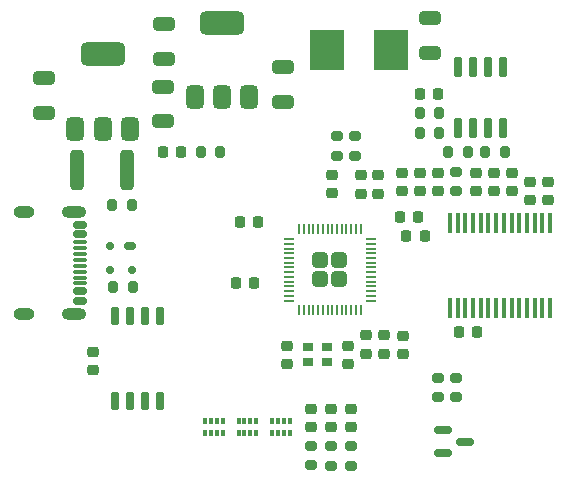
<source format=gbr>
%TF.GenerationSoftware,KiCad,Pcbnew,8.0.9-8.0.9-0~ubuntu22.04.1*%
%TF.CreationDate,2025-11-15T02:19:11+01:00*%
%TF.ProjectId,GLITCHING_FMAW,474c4954-4348-4494-9e47-5f464d41572e,rev?*%
%TF.SameCoordinates,Original*%
%TF.FileFunction,Paste,Top*%
%TF.FilePolarity,Positive*%
%FSLAX46Y46*%
G04 Gerber Fmt 4.6, Leading zero omitted, Abs format (unit mm)*
G04 Created by KiCad (PCBNEW 8.0.9-8.0.9-0~ubuntu22.04.1) date 2025-11-15 02:19:11*
%MOMM*%
%LPD*%
G01*
G04 APERTURE LIST*
G04 Aperture macros list*
%AMRoundRect*
0 Rectangle with rounded corners*
0 $1 Rounding radius*
0 $2 $3 $4 $5 $6 $7 $8 $9 X,Y pos of 4 corners*
0 Add a 4 corners polygon primitive as box body*
4,1,4,$2,$3,$4,$5,$6,$7,$8,$9,$2,$3,0*
0 Add four circle primitives for the rounded corners*
1,1,$1+$1,$2,$3*
1,1,$1+$1,$4,$5*
1,1,$1+$1,$6,$7*
1,1,$1+$1,$8,$9*
0 Add four rect primitives between the rounded corners*
20,1,$1+$1,$2,$3,$4,$5,0*
20,1,$1+$1,$4,$5,$6,$7,0*
20,1,$1+$1,$6,$7,$8,$9,0*
20,1,$1+$1,$8,$9,$2,$3,0*%
G04 Aperture macros list end*
%ADD10RoundRect,0.150000X-0.587500X-0.150000X0.587500X-0.150000X0.587500X0.150000X-0.587500X0.150000X0*%
%ADD11RoundRect,0.200000X-0.200000X-0.275000X0.200000X-0.275000X0.200000X0.275000X-0.200000X0.275000X0*%
%ADD12RoundRect,0.250000X0.650000X-0.325000X0.650000X0.325000X-0.650000X0.325000X-0.650000X-0.325000X0*%
%ADD13RoundRect,0.225000X0.250000X-0.225000X0.250000X0.225000X-0.250000X0.225000X-0.250000X-0.225000X0*%
%ADD14RoundRect,0.225000X-0.225000X-0.250000X0.225000X-0.250000X0.225000X0.250000X-0.225000X0.250000X0*%
%ADD15RoundRect,0.175000X-0.325000X0.175000X-0.325000X-0.175000X0.325000X-0.175000X0.325000X0.175000X0*%
%ADD16RoundRect,0.150000X-0.150000X0.200000X-0.150000X-0.200000X0.150000X-0.200000X0.150000X0.200000X0*%
%ADD17RoundRect,0.225000X-0.250000X0.225000X-0.250000X-0.225000X0.250000X-0.225000X0.250000X0.225000X0*%
%ADD18RoundRect,0.200000X0.275000X-0.200000X0.275000X0.200000X-0.275000X0.200000X-0.275000X-0.200000X0*%
%ADD19RoundRect,0.250000X-0.650000X0.325000X-0.650000X-0.325000X0.650000X-0.325000X0.650000X0.325000X0*%
%ADD20RoundRect,0.225000X0.225000X0.250000X-0.225000X0.250000X-0.225000X-0.250000X0.225000X-0.250000X0*%
%ADD21R,2.950000X3.500000*%
%ADD22R,0.320000X0.500000*%
%ADD23RoundRect,0.375000X0.375000X-0.625000X0.375000X0.625000X-0.375000X0.625000X-0.375000X-0.625000X0*%
%ADD24RoundRect,0.500000X1.400000X-0.500000X1.400000X0.500000X-1.400000X0.500000X-1.400000X-0.500000X0*%
%ADD25RoundRect,0.150000X0.150000X-0.650000X0.150000X0.650000X-0.150000X0.650000X-0.150000X-0.650000X0*%
%ADD26RoundRect,0.150000X0.150000X-0.725000X0.150000X0.725000X-0.150000X0.725000X-0.150000X-0.725000X0*%
%ADD27RoundRect,0.200000X0.200000X0.275000X-0.200000X0.275000X-0.200000X-0.275000X0.200000X-0.275000X0*%
%ADD28RoundRect,0.218750X0.218750X0.256250X-0.218750X0.256250X-0.218750X-0.256250X0.218750X-0.256250X0*%
%ADD29RoundRect,0.218750X0.256250X-0.218750X0.256250X0.218750X-0.256250X0.218750X-0.256250X-0.218750X0*%
%ADD30R,0.900000X0.800000*%
%ADD31R,0.450000X1.750000*%
%ADD32RoundRect,0.249999X-0.395001X-0.395001X0.395001X-0.395001X0.395001X0.395001X-0.395001X0.395001X0*%
%ADD33RoundRect,0.050000X-0.387500X-0.050000X0.387500X-0.050000X0.387500X0.050000X-0.387500X0.050000X0*%
%ADD34RoundRect,0.050000X-0.050000X-0.387500X0.050000X-0.387500X0.050000X0.387500X-0.050000X0.387500X0*%
%ADD35RoundRect,0.150000X-0.425000X0.150000X-0.425000X-0.150000X0.425000X-0.150000X0.425000X0.150000X0*%
%ADD36RoundRect,0.075000X-0.500000X0.075000X-0.500000X-0.075000X0.500000X-0.075000X0.500000X0.075000X0*%
%ADD37O,2.100000X1.000000*%
%ADD38O,1.800000X1.000000*%
%ADD39RoundRect,0.250000X-0.312500X-1.450000X0.312500X-1.450000X0.312500X1.450000X-0.312500X1.450000X0*%
G04 APERTURE END LIST*
D10*
%TO.C,Q1*%
X68125000Y-60050000D03*
X68125000Y-61950000D03*
X70000000Y-61000000D03*
%TD*%
D11*
%TO.C,R5*%
X66175000Y-34850000D03*
X67825000Y-34850000D03*
%TD*%
D12*
%TO.C,C5*%
X67050000Y-28125001D03*
X67050000Y-25174999D03*
%TD*%
D13*
%TO.C,C14*%
X72450000Y-39775000D03*
X72450000Y-38225000D03*
%TD*%
D14*
%TO.C,C21*%
X65050000Y-43600000D03*
X66600000Y-43600000D03*
%TD*%
D11*
%TO.C,R3*%
X68600000Y-36500000D03*
X70250000Y-36500000D03*
%TD*%
D15*
%TO.C,D4*%
X41650000Y-44480000D03*
D16*
X39950000Y-44480000D03*
X39950000Y-46480000D03*
X41850000Y-46480000D03*
%TD*%
D14*
%TO.C,C15*%
X69500000Y-51700000D03*
X71050000Y-51700000D03*
%TD*%
D17*
%TO.C,C17*%
X60120710Y-52895711D03*
X60120710Y-54445711D03*
%TD*%
D18*
%TO.C,R14*%
X58700000Y-63050000D03*
X58700000Y-61400000D03*
%TD*%
%TO.C,R13*%
X60400000Y-63050000D03*
X60400000Y-61400000D03*
%TD*%
D11*
%TO.C,R4*%
X71750000Y-36500000D03*
X73400000Y-36500000D03*
%TD*%
D19*
%TO.C,C4*%
X44500000Y-25650000D03*
X44500000Y-28600002D03*
%TD*%
D17*
%TO.C,C26*%
X61650000Y-52000000D03*
X61650000Y-53550000D03*
%TD*%
%TO.C,C20*%
X63200000Y-52000000D03*
X63200000Y-53550000D03*
%TD*%
D13*
%TO.C,C27*%
X61200000Y-40000000D03*
X61200000Y-38450000D03*
%TD*%
D20*
%TO.C,C25*%
X52175000Y-47600000D03*
X50625000Y-47600000D03*
%TD*%
D13*
%TO.C,C12*%
X77050000Y-40550000D03*
X77050000Y-39000000D03*
%TD*%
D12*
%TO.C,C3*%
X54575000Y-32225002D03*
X54575000Y-29275000D03*
%TD*%
D19*
%TO.C,C2*%
X34400000Y-30224999D03*
X34400000Y-33175001D03*
%TD*%
D21*
%TO.C,L1*%
X58350000Y-27875000D03*
X63800000Y-27875000D03*
%TD*%
D17*
%TO.C,C16*%
X38550000Y-53375000D03*
X38550000Y-54925000D03*
%TD*%
D22*
%TO.C,RN2*%
X52350000Y-59300001D03*
X51850000Y-59300000D03*
X51350000Y-59300000D03*
X50850000Y-59300001D03*
X50850000Y-60299999D03*
X51350000Y-60300000D03*
X51850000Y-60300000D03*
X52350000Y-60299999D03*
%TD*%
D12*
%TO.C,C1*%
X44475000Y-33895002D03*
X44475000Y-30945000D03*
%TD*%
D23*
%TO.C,U2*%
X47170000Y-31860001D03*
X49470000Y-31860000D03*
D24*
X49470000Y-25560002D03*
D23*
X51770000Y-31860001D03*
%TD*%
D25*
%TO.C,U5*%
X40395000Y-57600000D03*
X41665000Y-57600000D03*
X42935000Y-57600000D03*
X44205000Y-57600000D03*
X44205000Y-50400000D03*
X42935000Y-50400000D03*
X41665000Y-50400000D03*
X40395000Y-50400000D03*
%TD*%
D26*
%TO.C,U3*%
X69445002Y-34475000D03*
X70715001Y-34475000D03*
X71985001Y-34475000D03*
X73255000Y-34475000D03*
X73255000Y-29325000D03*
X71985001Y-29325000D03*
X70715001Y-29325000D03*
X69445002Y-29325000D03*
%TD*%
D18*
%TO.C,R8*%
X59200000Y-36800000D03*
X59200000Y-35150000D03*
%TD*%
D20*
%TO.C,C24*%
X52525000Y-42450000D03*
X50975000Y-42450000D03*
%TD*%
D18*
%TO.C,R10*%
X67700000Y-57250000D03*
X67700000Y-55600000D03*
%TD*%
D27*
%TO.C,R6*%
X67825000Y-33200000D03*
X66175000Y-33200000D03*
%TD*%
D17*
%TO.C,C18*%
X54970711Y-52920710D03*
X54970711Y-54470710D03*
%TD*%
D28*
%TO.C,D5*%
X46000000Y-36500000D03*
X44424998Y-36500000D03*
%TD*%
D13*
%TO.C,C22*%
X58800000Y-39975000D03*
X58800000Y-38425000D03*
%TD*%
D27*
%TO.C,R27*%
X49325000Y-36500000D03*
X47675000Y-36500000D03*
%TD*%
D29*
%TO.C,D2*%
X60400000Y-59800000D03*
X60400000Y-58224998D03*
%TD*%
D13*
%TO.C,C8*%
X66250000Y-39800000D03*
X66250000Y-38250000D03*
%TD*%
D18*
%TO.C,R9*%
X60725000Y-36800000D03*
X60725000Y-35150000D03*
%TD*%
D13*
%TO.C,C6*%
X67775000Y-39775000D03*
X67775000Y-38225000D03*
%TD*%
D27*
%TO.C,R1*%
X41825000Y-41000000D03*
X40175000Y-41000000D03*
%TD*%
D13*
%TO.C,C9*%
X64700000Y-39800000D03*
X64700000Y-38250000D03*
%TD*%
D30*
%TO.C,Y1*%
X58370711Y-52995710D03*
X56720711Y-52995710D03*
X56720711Y-54245710D03*
X58370711Y-54245710D03*
%TD*%
D17*
%TO.C,C19*%
X64750000Y-52025000D03*
X64750000Y-53575000D03*
%TD*%
D31*
%TO.C,U6*%
X68765000Y-49730000D03*
X69415000Y-49730000D03*
X70065000Y-49730000D03*
X70715000Y-49729999D03*
X71365000Y-49730000D03*
X72014999Y-49730000D03*
X72665000Y-49730000D03*
X73315000Y-49730000D03*
X73965001Y-49730000D03*
X74615000Y-49730000D03*
X75265000Y-49729999D03*
X75915000Y-49730000D03*
X76565000Y-49730000D03*
X77215000Y-49730000D03*
X77215000Y-42530000D03*
X76565000Y-42530000D03*
X75915000Y-42530000D03*
X75265000Y-42530001D03*
X74615000Y-42530000D03*
X73965001Y-42530000D03*
X73315000Y-42530000D03*
X72665000Y-42530000D03*
X72014999Y-42530000D03*
X71365000Y-42530000D03*
X70715000Y-42530001D03*
X70065000Y-42530000D03*
X69415000Y-42530000D03*
X68765000Y-42530000D03*
%TD*%
D20*
%TO.C,C7*%
X67750000Y-31600000D03*
X66200000Y-31600000D03*
%TD*%
D32*
%TO.C,U4*%
X57790000Y-45660000D03*
X57790000Y-47260000D03*
X59390000Y-45660000D03*
X59390000Y-47260000D03*
D33*
X55152500Y-43860000D03*
X55152500Y-44260001D03*
X55152500Y-44660000D03*
X55152500Y-45060000D03*
X55152500Y-45460000D03*
X55152500Y-45859999D03*
X55152500Y-46260000D03*
X55152500Y-46660000D03*
X55152500Y-47060001D03*
X55152500Y-47460000D03*
X55152500Y-47860000D03*
X55152500Y-48260000D03*
X55152500Y-48659999D03*
X55152500Y-49060000D03*
D34*
X55990000Y-49897500D03*
X56390001Y-49897500D03*
X56790000Y-49897500D03*
X57190000Y-49897500D03*
X57590000Y-49897500D03*
X57989999Y-49897500D03*
X58390000Y-49897500D03*
X58790000Y-49897500D03*
X59190001Y-49897500D03*
X59590000Y-49897500D03*
X59990000Y-49897500D03*
X60390000Y-49897500D03*
X60789999Y-49897500D03*
X61190000Y-49897500D03*
D33*
X62027500Y-49060000D03*
X62027500Y-48659999D03*
X62027500Y-48260000D03*
X62027500Y-47860000D03*
X62027500Y-47460000D03*
X62027500Y-47060001D03*
X62027500Y-46660000D03*
X62027500Y-46260000D03*
X62027500Y-45859999D03*
X62027500Y-45460000D03*
X62027500Y-45060000D03*
X62027500Y-44660000D03*
X62027500Y-44260001D03*
X62027500Y-43860000D03*
D34*
X61190000Y-43022500D03*
X60789999Y-43022500D03*
X60390000Y-43022500D03*
X59990000Y-43022500D03*
X59590000Y-43022500D03*
X59190001Y-43022500D03*
X58790000Y-43022500D03*
X58390000Y-43022500D03*
X57989999Y-43022500D03*
X57590000Y-43022500D03*
X57190000Y-43022500D03*
X56790000Y-43022500D03*
X56390001Y-43022500D03*
X55990000Y-43022500D03*
%TD*%
D13*
%TO.C,C28*%
X62700000Y-40000000D03*
X62700000Y-38450000D03*
%TD*%
D27*
%TO.C,R2*%
X41875000Y-47925000D03*
X40225000Y-47925000D03*
%TD*%
D22*
%TO.C,RN3*%
X55200000Y-59300002D03*
X54700000Y-59300001D03*
X54200000Y-59300001D03*
X53700000Y-59300002D03*
X53700000Y-60300000D03*
X54200000Y-60300001D03*
X54700000Y-60300001D03*
X55200000Y-60300000D03*
%TD*%
D13*
%TO.C,C11*%
X75500000Y-40550000D03*
X75500000Y-39000000D03*
%TD*%
D35*
%TO.C,J1*%
X37455000Y-42660000D03*
X37455000Y-43460000D03*
D36*
X37454999Y-44610000D03*
X37455000Y-45610000D03*
X37455000Y-46110000D03*
X37454999Y-47110000D03*
D35*
X37455000Y-48260000D03*
X37455000Y-49060000D03*
X37455000Y-49060000D03*
X37455000Y-48260000D03*
D36*
X37455000Y-47610000D03*
X37455000Y-46610000D03*
X37455000Y-45110000D03*
X37455000Y-44110000D03*
D35*
X37455000Y-43460000D03*
X37455000Y-42660000D03*
D37*
X36880000Y-41540000D03*
D38*
X32700000Y-41540000D03*
D37*
X36880000Y-50180000D03*
D38*
X32700000Y-50180000D03*
%TD*%
D18*
%TO.C,R12*%
X57000000Y-63000000D03*
X57000000Y-61350000D03*
%TD*%
D14*
%TO.C,C23*%
X64500000Y-42000000D03*
X66050000Y-42000000D03*
%TD*%
D29*
%TO.C,D3*%
X58700000Y-59800000D03*
X58700000Y-58224998D03*
%TD*%
D39*
%TO.C,F1*%
X37175000Y-37975000D03*
X41450000Y-37975000D03*
%TD*%
D13*
%TO.C,C13*%
X70925000Y-39775000D03*
X70925000Y-38225000D03*
%TD*%
D22*
%TO.C,RN1*%
X49500000Y-59300002D03*
X49000000Y-59300001D03*
X48500000Y-59300001D03*
X48000000Y-59300002D03*
X48000000Y-60300000D03*
X48500000Y-60300001D03*
X49000000Y-60300001D03*
X49500000Y-60300000D03*
%TD*%
D13*
%TO.C,C10*%
X73975000Y-39775000D03*
X73975000Y-38225000D03*
%TD*%
D23*
%TO.C,U1*%
X37042500Y-34515001D03*
X39342500Y-34515000D03*
D24*
X39342500Y-28215002D03*
D23*
X41642500Y-34515001D03*
%TD*%
D18*
%TO.C,R7*%
X69300000Y-39825000D03*
X69300000Y-38175000D03*
%TD*%
%TO.C,R11*%
X69250000Y-57250000D03*
X69250000Y-55600000D03*
%TD*%
D29*
%TO.C,D1*%
X57000000Y-59787501D03*
X57000000Y-58212499D03*
%TD*%
M02*

</source>
